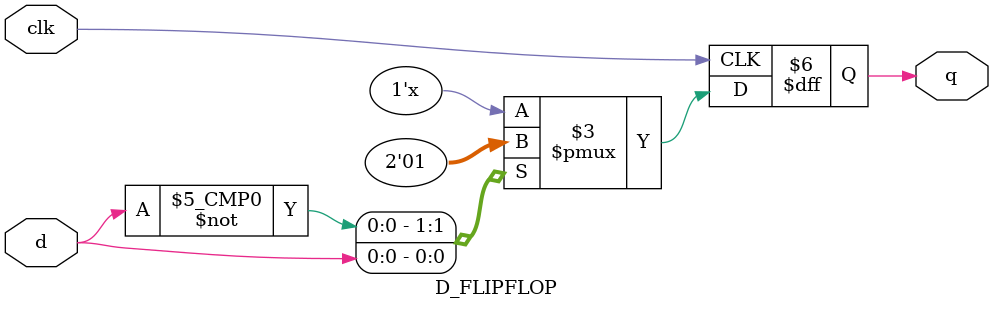
<source format=v>
module D_FLIPFLOP(q, clk, d);
    input clk, d;
    output reg q;
	
	initial q = 0;

    always @ (posedge clk)
    begin
        case (d)
            1'b0: q <= 0;
            1'b1: q <= 1;
        endcase
    end
endmodule
</source>
